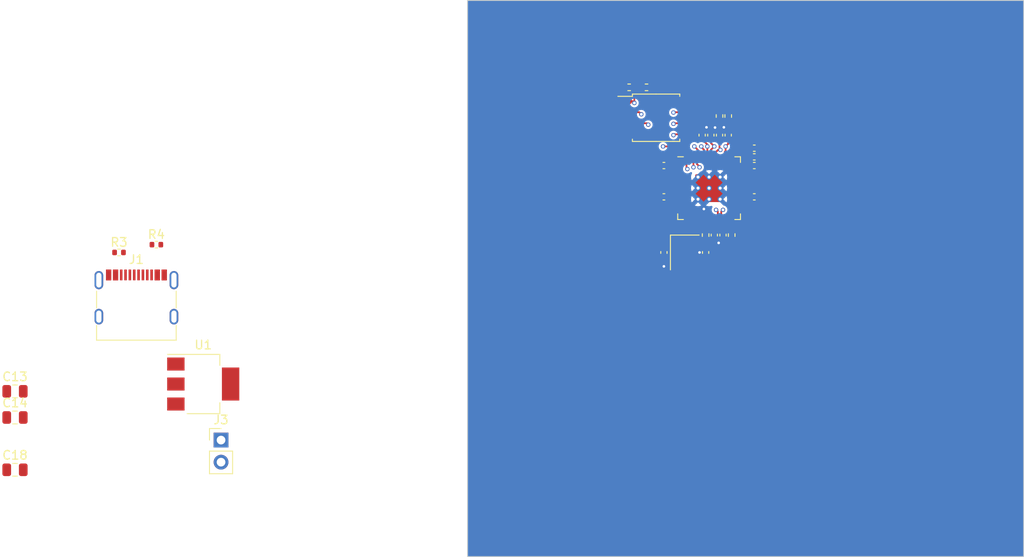
<source format=kicad_pcb>
(kicad_pcb (version 20221018) (generator pcbnew)
  (layers (0 "F.Cu" signal) (1 "In1.Cu" signal) (2 "In2.Cu" signal) (31 "B.Cu" signal) (34 "B.Paste" user) (35 "F.Paste" user) (36 "B.SilkS" user "B.Silkscreen") (37 "F.SilkS" user "F.Silkscreen") (38 "B.Mask" user) (39 "F.Mask" user) (44 "Edge.Cuts" user))
  (net 0 "")
  (net 1 "GND")
  (net 2 "+3V3")
  (net 3 "+1V1")
  (net 4 "+5V")
  (net 5 "/pi-a-xin")
  (net 6 "Net-(C16-Pad1)")
  (net 7 "VBUS")
  (net 8 "Net-(J1-CC1)")
  (net 9 "/USB_D+")
  (net 10 "/USB_D-")
  (net 12 "Net-(J1-CC2)")
  (net 14 "/~{USB_BOOT}")
  (net 15 "Net-(U2-USB_DP)")
  (net 16 "/pi-a-usb-dp")
  (net 17 "Net-(U2-USB_DM)")
  (net 18 "/pi-a-usb-dm")
  (net 21 "/pi-a-xout")
  (net 22 "Net-(U2-RUN)")
  (net 23 "/pi-a-qspi-ss")
  (net 24 "/pi-a-qspi-sd1")
  (net 25 "/pi-a-qspi-sd2")
  (net 26 "/pi-a-qspi-sd0")
  (net 27 "/pi-a-qspi-sclk")
  (net 28 "/pi-a-qspi-sd3")
  (net 45 "/pi-a-swclk")
  (net 46 "/pi-a-swdio")
  (footprint "Capacitor_SMD:C_0402_1005Metric" (layer "F.Cu") (at 173 78 180)
    (fp_text reference "C2" hide)
    (fp_text value "1u")
    (fp_line (start -0.107836 -0.36) (end 0.107836 -0.36) (stroke (width 0.12)) (layer "F.SilkS"))
    (fp_line (start -0.107836 0.36) (end 0.107836 0.36) (stroke (width 0.12)) (layer "F.SilkS"))
    (pad "1" smd roundrect (at -0.48 0 180) (size 0.56 0.62) (layers "F.Cu" "F.Paste" "F.Mask") (net 1 "GND"))
    (pad "2" smd roundrect (at 0.48 0 180) (size 0.56 0.62) (layers "F.Cu" "F.Paste" "F.Mask") (net 2 "+3V3"))
  )
  (footprint "Resistor_SMD:R_0402_1005Metric" (layer "F.Cu") (at 167.4 87 -90)
    (fp_text reference "R5" hide)
    (fp_text value "1k")
    (fp_line (start -0.153641 -0.38) (end 0.153641 -0.38) (stroke (width 0.12)) (layer "F.SilkS"))
    (fp_line (start -0.153641 0.38) (end 0.153641 0.38) (stroke (width 0.12)) (layer "F.SilkS"))
    (pad "1" smd roundrect (at -0.51 0 270) (size 0.54 0.64) (layers "F.Cu" "F.Paste" "F.Mask") (net 21 "/pi-a-xout"))
    (pad "2" smd roundrect (at 0.51 0 270) (size 0.54 0.64) (layers "F.Cu" "F.Paste" "F.Mask") (net 6 "Net-(C16-Pad1)"))
  )
  (footprint "Connector_PinHeader_2.54mm:PinHeader_1x02_P2.54mm_Vertical" (layer "F.Cu") (at 111.64 110.59)
    (fp_text reference "J3" (at 0 -2.33) (layer "F.SilkS"))
    (fp_text value "Conn_01x02")
    (fp_line (start -1.33 -1.33) (end 0 -1.33) (stroke (width 0.12)) (layer "F.SilkS"))
    (fp_line (start -1.33 0) (end -1.33 -1.33) (stroke (width 0.12)) (layer "F.SilkS"))
    (fp_line (start -1.33 1.27) (end -1.33 3.87) (stroke (width 0.12)) (layer "F.SilkS"))
    (fp_line (start -1.33 1.27) (end 1.33 1.27) (stroke (width 0.12)) (layer "F.SilkS"))
    (fp_line (start -1.33 3.87) (end 1.33 3.87) (stroke (width 0.12)) (layer "F.SilkS"))
    (fp_line (start 1.33 1.27) (end 1.33 3.87) (stroke (width 0.12)) (layer "F.SilkS"))
    (pad "1" thru_hole rect (at 0 0) (size 1.7 1.7) (drill 1) (layers "*.Cu" "*.Mask") (net 14 "/~{USB_BOOT}"))
    (pad "2" thru_hole oval (at 0 2.54) (size 1.7 1.7) (drill 1) (layers "*.Cu" "*.Mask") (net 1 "GND"))
  )
  (footprint "Capacitor_SMD:C_0402_1005Metric" (layer "F.Cu") (at 167.4 89 90)
    (fp_text reference "C16" hide)
    (fp_text value "27p")
    (fp_line (start -0.107836 -0.36) (end 0.107836 -0.36) (stroke (width 0.12)) (layer "F.SilkS"))
    (fp_line (start -0.107836 0.36) (end 0.107836 0.36) (stroke (width 0.12)) (layer "F.SilkS"))
    (pad "1" smd roundrect (at -0.48 0 90) (size 0.56 0.62) (layers "F.Cu" "F.Paste" "F.Mask") (net 6 "Net-(C16-Pad1)"))
    (pad "2" smd roundrect (at 0.48 0 90) (size 0.56 0.62) (layers "F.Cu" "F.Paste" "F.Mask") (net 1 "GND"))
  )
  (footprint "Package_SO:SOIC-8_5.23x5.23mm_P1.27mm" (layer "F.Cu") (at 161.7 73.5)
    (fp_text reference "U4" hide)
    (fp_text value "W25Q128JVS")
    (fp_line (start -2.725 -2.725) (end -2.725 -2.465) (stroke (width 0.12)) (layer "F.SilkS"))
    (fp_line (start -2.725 -2.465) (end -4.4 -2.465) (stroke (width 0.12)) (layer "F.SilkS"))
    (fp_line (start -2.725 2.725) (end -2.725 2.465) (stroke (width 0.12)) (layer "F.SilkS"))
    (fp_line (start 0 -2.725) (end -2.725 -2.725) (stroke (width 0.12)) (layer "F.SilkS"))
    (fp_line (start 0 -2.725) (end 2.725 -2.725) (stroke (width 0.12)) (layer "F.SilkS"))
    (fp_line (start 0 2.725) (end -2.725 2.725) (stroke (width 0.12)) (layer "F.SilkS"))
    (fp_line (start 0 2.725) (end 2.725 2.725) (stroke (width 0.12)) (layer "F.SilkS"))
    (fp_line (start 2.725 -2.725) (end 2.725 -2.465) (stroke (width 0.12)) (layer "F.SilkS"))
    (fp_line (start 2.725 2.725) (end 2.725 2.465) (stroke (width 0.12)) (layer "F.SilkS"))
    (pad "1" smd roundrect (at -3.6 -1.905) (size 1.6 0.6) (layers "F.Cu" "F.Paste" "F.Mask") (net 23 "/pi-a-qspi-ss"))
    (pad "2" smd roundrect (at -3.6 -0.635) (size 1.6 0.6) (layers "F.Cu" "F.Paste" "F.Mask") (net 24 "/pi-a-qspi-sd1"))
    (pad "3" smd roundrect (at -3.6 0.635) (size 1.6 0.6) (layers "F.Cu" "F.Paste" "F.Mask") (net 25 "/pi-a-qspi-sd2"))
    (pad "4" smd roundrect (at -3.6 1.905) (size 1.6 0.6) (layers "F.Cu" "F.Paste" "F.Mask") (net 1 "GND"))
    (pad "5" smd roundrect (at 3.6 1.905) (size 1.6 0.6) (layers "F.Cu" "F.Paste" "F.Mask") (net 26 "/pi-a-qspi-sd0"))
    (pad "6" smd roundrect (at 3.6 0.635) (size 1.6 0.6) (layers "F.Cu" "F.Paste" "F.Mask") (net 27 "/pi-a-qspi-sclk"))
    (pad "7" smd roundrect (at 3.6 -0.635) (size 1.6 0.6) (layers "F.Cu" "F.Paste" "F.Mask") (net 28 "/pi-a-qspi-sd3"))
    (pad "8" smd roundrect (at 3.6 -1.905) (size 1.6 0.6) (layers "F.Cu" "F.Paste" "F.Mask") (net 2 "+3V3"))
  )
  (footprint "Capacitor_SMD:C_0402_1005Metric" (layer "F.Cu") (at 167 75.5 -90)
    (fp_text reference "C11" hide)
    (fp_text value "1u")
    (fp_line (start -0.107836 -0.36) (end 0.107836 -0.36) (stroke (width 0.12)) (layer "F.SilkS"))
    (fp_line (start -0.107836 0.36) (end 0.107836 0.36) (stroke (width 0.12)) (layer "F.SilkS"))
    (pad "1" smd roundrect (at -0.48 0 270) (size 0.56 0.62) (layers "F.Cu" "F.Paste" "F.Mask") (net 1 "GND"))
    (pad "2" smd roundrect (at 0.48 0 270) (size 0.56 0.62) (layers "F.Cu" "F.Paste" "F.Mask") (net 3 "+1V1"))
  )
  (footprint "Capacitor_SMD:C_0402_1005Metric" (layer "F.Cu") (at 173 77 180)
    (fp_text reference "C1" hide)
    (fp_text value "1u")
    (fp_line (start -0.107836 -0.36) (end 0.107836 -0.36) (stroke (width 0.12)) (layer "F.SilkS"))
    (fp_line (start -0.107836 0.36) (end 0.107836 0.36) (stroke (width 0.12)) (layer "F.SilkS"))
    (pad "1" smd roundrect (at -0.48 0 180) (size 0.56 0.62) (layers "F.Cu" "F.Paste" "F.Mask") (net 1 "GND"))
    (pad "2" smd roundrect (at 0.48 0 180) (size 0.56 0.62) (layers "F.Cu" "F.Paste" "F.Mask") (net 2 "+3V3"))
  )
  (footprint "Resistor_SMD:R_0402_1005Metric" (layer "F.Cu") (at 170 73.3 -90)
    (fp_text reference "R2" hide)
    (fp_text value "27")
    (fp_line (start -0.153641 -0.38) (end 0.153641 -0.38) (stroke (width 0.12)) (layer "F.SilkS"))
    (fp_line (start -0.153641 0.38) (end 0.153641 0.38) (stroke (width 0.12)) (layer "F.SilkS"))
    (pad "1" smd roundrect (at -0.51 0 270) (size 0.54 0.64) (layers "F.Cu" "F.Paste" "F.Mask") (net 17 "Net-(U2-USB_DM)"))
    (pad "2" smd roundrect (at 0.51 0 270) (size 0.54 0.64) (layers "F.Cu" "F.Paste" "F.Mask") (net 18 "/pi-a-usb-dm"))
  )
  (footprint "Capacitor_SMD:C_0402_1005Metric" (layer "F.Cu") (at 169.4 87 90)
    (fp_text reference "C12" hide)
    (fp_text value "1u")
    (fp_line (start -0.107836 -0.36) (end 0.107836 -0.36) (stroke (width 0.12)) (layer "F.SilkS"))
    (fp_line (start -0.107836 0.36) (end 0.107836 0.36) (stroke (width 0.12)) (layer "F.SilkS"))
    (pad "1" smd roundrect (at -0.48 0 90) (size 0.56 0.62) (layers "F.Cu" "F.Paste" "F.Mask") (net 1 "GND"))
    (pad "2" smd roundrect (at 0.48 0 90) (size 0.56 0.62) (layers "F.Cu" "F.Paste" "F.Mask") (net 3 "+1V1"))
  )
  (footprint "Capacitor_SMD:C_0402_1005Metric" (layer "F.Cu") (at 170 75.5 -90)
    (fp_text reference "C10" hide)
    (fp_text value "1u")
    (fp_line (start -0.107836 -0.36) (end 0.107836 -0.36) (stroke (width 0.12)) (layer "F.SilkS"))
    (fp_line (start -0.107836 0.36) (end 0.107836 0.36) (stroke (width 0.12)) (layer "F.SilkS"))
    (pad "1" smd roundrect (at -0.48 0 270) (size 0.56 0.62) (layers "F.Cu" "F.Paste" "F.Mask") (net 1 "GND"))
    (pad "2" smd roundrect (at 0.48 0 270) (size 0.56 0.62) (layers "F.Cu" "F.Paste" "F.Mask") (net 3 "+1V1"))
  )
  (footprint "Capacitor_SMD:C_0805_2012Metric" (layer "F.Cu") (at 87.93 107.99)
    (fp_text reference "C14" (at 0 -1.68) (layer "F.SilkS"))
    (fp_text value "10u")
    (fp_line (start -0.261252 -0.735) (end 0.261252 -0.735) (stroke (width 0.12)) (layer "F.SilkS"))
    (fp_line (start -0.261252 0.735) (end 0.261252 0.735) (stroke (width 0.12)) (layer "F.SilkS"))
    (pad "1" smd roundrect (at -0.95 0) (size 1 1.45) (layers "F.Cu" "F.Paste" "F.Mask") (net 2 "+3V3"))
    (pad "2" smd roundrect (at 0.95 0) (size 1 1.45) (layers "F.Cu" "F.Paste" "F.Mask") (net 1 "GND"))
  )
  (footprint "Capacitor_SMD:C_0805_2012Metric" (layer "F.Cu") (at 87.93 104.98)
    (fp_text reference "C13" (at 0 -1.68) (layer "F.SilkS"))
    (fp_text value "10u")
    (fp_line (start -0.261252 -0.735) (end 0.261252 -0.735) (stroke (width 0.12)) (layer "F.SilkS"))
    (fp_line (start -0.261252 0.735) (end 0.261252 0.735) (stroke (width 0.12)) (layer "F.SilkS"))
    (pad "1" smd roundrect (at -0.95 0) (size 1 1.45) (layers "F.Cu" "F.Paste" "F.Mask") (net 4 "+5V"))
    (pad "2" smd roundrect (at 0.95 0) (size 1 1.45) (layers "F.Cu" "F.Paste" "F.Mask") (net 1 "GND"))
  )
  (footprint "Capacitor_SMD:C_0402_1005Metric" (layer "F.Cu") (at 173 82.6 180)
    (fp_text reference "C5" hide)
    (fp_text value "1u")
    (fp_line (start -0.107836 -0.36) (end 0.107836 -0.36) (stroke (width 0.12)) (layer "F.SilkS"))
    (fp_line (start -0.107836 0.36) (end 0.107836 0.36) (stroke (width 0.12)) (layer "F.SilkS"))
    (pad "1" smd roundrect (at -0.48 0 180) (size 0.56 0.62) (layers "F.Cu" "F.Paste" "F.Mask") (net 1 "GND"))
    (pad "2" smd roundrect (at 0.48 0 180) (size 0.56 0.62) (layers "F.Cu" "F.Paste" "F.Mask") (net 2 "+3V3"))
  )
  (footprint "Capacitor_SMD:C_0402_1005Metric" (layer "F.Cu") (at 169 75.5 -90)
    (fp_text reference "C3" hide)
    (fp_text value "1u")
    (fp_line (start -0.107836 -0.36) (end 0.107836 -0.36) (stroke (width 0.12)) (layer "F.SilkS"))
    (fp_line (start -0.107836 0.36) (end 0.107836 0.36) (stroke (width 0.12)) (layer "F.SilkS"))
    (pad "1" smd roundrect (at -0.48 0 270) (size 0.56 0.62) (layers "F.Cu" "F.Paste" "F.Mask") (net 1 "GND"))
    (pad "2" smd roundrect (at 0.48 0 270) (size 0.56 0.62) (layers "F.Cu" "F.Paste" "F.Mask") (net 2 "+3V3"))
  )
  (footprint "Resistor_SMD:R_0402_1005Metric" (layer "F.Cu") (at 99.9 89)
    (fp_text reference "R3" (at 0 -1.17) (layer "F.SilkS"))
    (fp_text value "5.1k")
    (fp_line (start -0.153641 -0.38) (end 0.153641 -0.38) (stroke (width 0.12)) (layer "F.SilkS"))
    (fp_line (start -0.153641 0.38) (end 0.153641 0.38) (stroke (width 0.12)) (layer "F.SilkS"))
    (pad "1" smd roundrect (at -0.51 0) (size 0.54 0.64) (layers "F.Cu" "F.Paste" "F.Mask"))
    (pad "2" smd roundrect (at 0.51 0) (size 0.54 0.64) (layers "F.Cu" "F.Paste" "F.Mask") (net 8 "Net-(J1-CC1)"))
  )
  (footprint "Capacitor_SMD:C_0402_1005Metric" (layer "F.Cu") (at 162.6 79)
    (fp_text reference "C8" hide)
    (fp_text value "1u")
    (fp_line (start -0.107836 -0.36) (end 0.107836 -0.36) (stroke (width 0.12)) (layer "F.SilkS"))
    (fp_line (start -0.107836 0.36) (end 0.107836 0.36) (stroke (width 0.12)) (layer "F.SilkS"))
    (pad "1" smd roundrect (at -0.48 0) (size 0.56 0.62) (layers "F.Cu" "F.Paste" "F.Mask") (net 1 "GND"))
    (pad "2" smd roundrect (at 0.48 0) (size 0.56 0.62) (layers "F.Cu" "F.Paste" "F.Mask") (net 2 "+3V3"))
  )
  (footprint "Resistor_SMD:R_0402_1005Metric" (layer "F.Cu") (at 104.2 88.1)
    (fp_text reference "R4" (at 0 -1.17) (layer "F.SilkS"))
    (fp_text value "5.1k")
    (fp_line (start -0.153641 -0.38) (end 0.153641 -0.38) (stroke (width 0.12)) (layer "F.SilkS"))
    (fp_line (start -0.153641 0.38) (end 0.153641 0.38) (stroke (width 0.12)) (layer "F.SilkS"))
    (pad "1" smd roundrect (at -0.51 0) (size 0.54 0.64) (layers "F.Cu" "F.Paste" "F.Mask"))
    (pad "2" smd roundrect (at 0.51 0) (size 0.54 0.64) (layers "F.Cu" "F.Paste" "F.Mask") (net 12 "Net-(J1-CC2)"))
  )
  (footprint "Capacitor_SMD:C_0402_1005Metric" (layer "F.Cu") (at 162.6 89 -90)
    (fp_text reference "C15" hide)
    (fp_text value "27p")
    (fp_line (start -0.107836 -0.36) (end 0.107836 -0.36) (stroke (width 0.12)) (layer "F.SilkS"))
    (fp_line (start -0.107836 0.36) (end 0.107836 0.36) (stroke (width 0.12)) (layer "F.SilkS"))
    (pad "1" smd roundrect (at -0.48 0 270) (size 0.56 0.62) (layers "F.Cu" "F.Paste" "F.Mask") (net 5 "/pi-a-xin"))
    (pad "2" smd roundrect (at 0.48 0 270) (size 0.56 0.62) (layers "F.Cu" "F.Paste" "F.Mask") (net 1 "GND"))
  )
  (footprint "Capacitor_SMD:C_0402_1005Metric" (layer "F.Cu") (at 173 79 180)
    (fp_text reference "C6" hide)
    (fp_text value "1u")
    (fp_line (start -0.107836 -0.36) (end 0.107836 -0.36) (stroke (width 0.12)) (layer "F.SilkS"))
    (fp_line (start -0.107836 0.36) (end 0.107836 0.36) (stroke (width 0.12)) (layer "F.SilkS"))
    (pad "1" smd roundrect (at -0.48 0 180) (size 0.56 0.62) (layers "F.Cu" "F.Paste" "F.Mask") (net 1 "GND"))
    (pad "2" smd roundrect (at 0.48 0 180) (size 0.56 0.62) (layers "F.Cu" "F.Paste" "F.Mask") (net 2 "+3V3"))
  )
  (footprint "Resistor_SMD:R_0402_1005Metric" (layer "F.Cu") (at 170.4 87 -90)
    (fp_text reference "R6" hide)
    (fp_text value "10k")
    (fp_line (start -0.153641 -0.38) (end 0.153641 -0.38) (stroke (width 0.12)) (layer "F.SilkS"))
    (fp_line (start -0.153641 0.38) (end 0.153641 0.38) (stroke (width 0.12)) (layer "F.SilkS"))
    (pad "1" smd roundrect (at -0.51 0 270) (size 0.54 0.64) (layers "F.Cu" "F.Paste" "F.Mask") (net 22 "Net-(U2-RUN)"))
    (pad "2" smd roundrect (at 0.51 0 270) (size 0.54 0.64) (layers "F.Cu" "F.Paste" "F.Mask") (net 2 "+3V3"))
  )
  (footprint "Resistor_SMD:R_0402_1005Metric" (layer "F.Cu") (at 169 73.3 -90)
    (fp_text reference "R1" hide)
    (fp_text value "27")
    (fp_line (start -0.153641 -0.38) (end 0.153641 -0.38) (stroke (width 0.12)) (layer "F.SilkS"))
    (fp_line (start -0.153641 0.38) (end 0.153641 0.38) (stroke (width 0.12)) (layer "F.SilkS"))
    (pad "1" smd roundrect (at -0.51 0 270) (size 0.54 0.64) (layers "F.Cu" "F.Paste" "F.Mask") (net 15 "Net-(U2-USB_DP)"))
    (pad "2" smd roundrect (at 0.51 0 270) (size 0.54 0.64) (layers "F.Cu" "F.Paste" "F.Mask") (net 16 "/pi-a-usb-dp"))
  )
  (footprint "Capacitor_SMD:C_0402_1005Metric" (layer "F.Cu") (at 168.4 87 90)
    (fp_text reference "C7" hide)
    (fp_text value "1u")
    (fp_line (start -0.107836 -0.36) (end 0.107836 -0.36) (stroke (width 0.12)) (layer "F.SilkS"))
    (fp_line (start -0.107836 0.36) (end 0.107836 0.36) (stroke (width 0.12)) (layer "F.SilkS"))
    (pad "1" smd roundrect (at -0.48 0 90) (size 0.56 0.62) (layers "F.Cu" "F.Paste" "F.Mask") (net 1 "GND"))
    (pad "2" smd roundrect (at 0.48 0 90) (size 0.56 0.62) (layers "F.Cu" "F.Paste" "F.Mask") (net 2 "+3V3"))
  )
  (footprint "Capacitor_SMD:C_0805_2012Metric" (layer "F.Cu") (at 87.93 114.01)
    (fp_text reference "C18" (at 0 -1.68) (layer "F.SilkS"))
    (fp_text value "1u")
    (fp_line (start -0.261252 -0.735) (end 0.261252 -0.735) (stroke (width 0.12)) (layer "F.SilkS"))
    (fp_line (start -0.261252 0.735) (end 0.261252 0.735) (stroke (width 0.12)) (layer "F.SilkS"))
    (pad "1" smd roundrect (at -0.95 0) (size 1 1.45) (layers "F.Cu" "F.Paste" "F.Mask") (net 2 "+3V3"))
    (pad "2" smd roundrect (at 0.95 0) (size 1 1.45) (layers "F.Cu" "F.Paste" "F.Mask") (net 1 "GND"))
  )
  (footprint "Package_TO_SOT_SMD:SOT-223-3_TabPin2" (layer "F.Cu") (at 109.59 104.14)
    (fp_text reference "U1" (at 0 -4.5) (layer "F.SilkS"))
    (fp_text value "NCP1117-3.3_SOT223")
    (fp_line (start -4.1 -3.41) (end 1.91 -3.41) (stroke (width 0.12)) (layer "F.SilkS"))
    (fp_line (start -1.85 3.41) (end 1.91 3.41) (stroke (width 0.12)) (layer "F.SilkS"))
    (fp_line (start 1.91 -3.41) (end 1.91 -2.15) (stroke (width 0.12)) (layer "F.SilkS"))
    (fp_line (start 1.91 3.41) (end 1.91 2.15) (stroke (width 0.12)) (layer "F.SilkS"))
    (pad "1" smd rect (at -3.15 -2.3) (size 2 1.5) (layers "F.Cu" "F.Paste" "F.Mask") (net 1 "GND"))
    (pad "2" smd rect (at -3.15 0) (size 2 1.5) (layers "F.Cu" "F.Paste" "F.Mask") (net 2 "+3V3"))
    (pad "2" smd rect (at 3.15 0) (size 2 3.8) (layers "F.Cu" "F.Paste" "F.Mask") (net 2 "+3V3"))
    (pad "3" smd rect (at -3.15 2.3) (size 2 1.5) (layers "F.Cu" "F.Paste" "F.Mask") (net 4 "+5V"))
  )
  (footprint "Resistor_SMD:R_0402_1005Metric" (layer "F.Cu") (at 160.6 70)
    (fp_text reference "R9" hide)
    (fp_text value "1k")
    (fp_line (start -0.153641 -0.38) (end 0.153641 -0.38) (stroke (width 0.12)) (layer "F.SilkS"))
    (fp_line (start -0.153641 0.38) (end 0.153641 0.38) (stroke (width 0.12)) (layer "F.SilkS"))
    (pad "1" smd roundrect (at -0.51 0) (size 0.54 0.64) (layers "F.Cu" "F.Paste" "F.Mask") (net 23 "/pi-a-qspi-ss"))
    (pad "2" smd roundrect (at 0.51 0) (size 0.54 0.64) (layers "F.Cu" "F.Paste" "F.Mask") (net 14 "/~{USB_BOOT}"))
  )
  (footprint "Capacitor_SMD:C_0402_1005Metric" (layer "F.Cu") (at 168 75.5 -90)
    (fp_text reference "C4" hide)
    (fp_text value "1u")
    (fp_line (start -0.107836 -0.36) (end 0.107836 -0.36) (stroke (width 0.12)) (layer "F.SilkS"))
    (fp_line (start -0.107836 0.36) (end 0.107836 0.36) (stroke (width 0.12)) (layer "F.SilkS"))
    (pad "1" smd roundrect (at -0.48 0 270) (size 0.56 0.62) (layers "F.Cu" "F.Paste" "F.Mask") (net 1 "GND"))
    (pad "2" smd roundrect (at 0.48 0 270) (size 0.56 0.62) (layers "F.Cu" "F.Paste" "F.Mask") (net 2 "+3V3"))
  )
  (footprint "ov-twin:RP2040-QFN-56" (layer "F.Cu") (at 167.8 81.6)
    (fp_text reference "U2" hide)
    (fp_text value "RP2040")
    (fp_line (start -3.61 3.61) (end -3.61 2.96) (stroke (width 0.12)) (layer "F.SilkS"))
    (fp_line (start -2.96 -3.61) (end -3.61 -3.61) (stroke (width 0.12)) (layer "F.SilkS"))
    (fp_line (start -2.96 3.61) (end -3.61 3.61) (stroke (width 0.12)) (layer "F.SilkS"))
    (fp_line (start 2.96 -3.61) (end 3.61 -3.61) (stroke (width 0.12)) (layer "F.SilkS"))
    (fp_line (start 2.96 3.61) (end 3.61 3.61) (stroke (width 0.12)) (layer "F.SilkS"))
    (fp_line (start 3.61 -3.61) (end 3.61 -2.96) (stroke (width 0.12)) (layer "F.SilkS"))
    (fp_line (start 3.61 3.61) (end 3.61 2.96) (stroke (width 0.12)) (layer "F.SilkS"))
    (pad "1" smd roundrect (at -3.4375 -2.6) (size 0.875 0.2) (layers "F.Cu" "F.Paste" "F.Mask") (net 2 "+3V3"))
    (pad "2" smd roundrect (at -3.4375 -2.2) (size 0.875 0.2) (layers "F.Cu" "F.Paste" "F.Mask"))
    (pad "3" smd roundrect (at -3.4375 -1.8) (size 0.875 0.2) (layers "F.Cu" "F.Paste" "F.Mask"))
    (pad "4" smd roundrect (at -3.4375 -1.4) (size 0.875 0.2) (layers "F.Cu" "F.Paste" "F.Mask"))
    (pad "5" smd roundrect (at -3.4375 -1) (size 0.875 0.2) (layers "F.Cu" "F.Paste" "F.Mask"))
    (pad "6" smd roundrect (at -3.4375 -0.6) (size 0.875 0.2) (layers "F.Cu" "F.Paste" "F.Mask"))
    (pad "7" smd roundrect (at -3.4375 -0.2) (size 0.875 0.2) (layers "F.Cu" "F.Paste" "F.Mask"))
    (pad "8" smd roundrect (at -3.4375 0.2) (size 0.875 0.2) (layers "F.Cu" "F.Paste" "F.Mask"))
    (pad "9" smd roundrect (at -3.4375 0.6) (size 0.875 0.2) (layers "F.Cu" "F.Paste" "F.Mask"))
    (pad "10" smd roundrect (at -3.4375 1) (size 0.875 0.2) (layers "F.Cu" "F.Paste" "F.Mask") (net 2 "+3V3"))
    (pad "11" smd roundrect (at -3.4375 1.4) (size 0.875 0.2) (layers "F.Cu" "F.Paste" "F.Mask"))
    (pad "12" smd roundrect (at -3.4375 1.8) (size 0.875 0.2) (layers "F.Cu" "F.Paste" "F.Mask"))
    (pad "13" smd roundrect (at -3.4375 2.2) (size 0.875 0.2) (layers "F.Cu" "F.Paste" "F.Mask"))
    (pad "14" smd roundrect (at -3.4375 2.6) (size 0.875 0.2) (layers "F.Cu" "F.Paste" "F.Mask"))
    (pad "15" smd roundrect (at -2.6 3.4375) (size 0.2 0.875) (layers "F.Cu" "F.Paste" "F.Mask"))
    (pad "16" smd roundrect (at -2.2 3.4375) (size 0.2 0.875) (layers "F.Cu" "F.Paste" "F.Mask"))
    (pad "17" smd roundrect (at -1.8 3.4375) (size 0.2 0.875) (layers "F.Cu" "F.Paste" "F.Mask"))
    (pad "18" smd roundrect (at -1.4 3.4375) (size 0.2 0.875) (layers "F.Cu" "F.Paste" "F.Mask"))
    (pad "19" smd roundrect (at -1 3.4375) (size 0.2 0.875) (layers "F.Cu" "F.Paste" "F.Mask") (net 1 "GND"))
    (pad "20" smd roundrect (at -0.6 3.4375) (size 0.2 0.875) (layers "F.Cu" "F.Paste" "F.Mask") (net 5 "/pi-a-xin"))
    (pad "21" smd roundrect (at -0.2 3.4375) (size 0.2 0.875) (layers "F.Cu" "F.Paste" "F.Mask") (net 21 "/pi-a-xout"))
    (pad "22" smd roundrect (at 0.2 3.4375) (size 0.2 0.875) (layers "F.Cu" "F.Paste" "F.Mask") (net 2 "+3V3"))
    (pad "23" smd roundrect (at 0.6 3.4375) (size 0.2 0.875) (layers "F.Cu" "F.Paste" "F.Mask") (net 3 "+1V1"))
    (pad "24" smd roundrect (at 1 3.4375) (size 0.2 0.875) (layers "F.Cu" "F.Paste" "F.Mask") (net 45 "/pi-a-swclk"))
    (pad "25" smd roundrect (at 1.4 3.4375) (size 0.2 0.875) (layers "F.Cu" "F.Paste" "F.Mask") (net 46 "/pi-a-swdio"))
    (pad "26" smd roundrect (at 1.8 3.4375) (size 0.2 0.875) (layers "F.Cu" "F.Paste" "F.Mask") (net 22 "Net-(U2-RUN)"))
    (pad "27" smd roundrect (at 2.2 3.4375) (size 0.2 0.875) (layers "F.Cu" "F.Paste" "F.Mask"))
    (pad "28" smd roundrect (at 2.6 3.4375) (size 0.2 0.875) (layers "F.Cu" "F.Paste" "F.Mask"))
    (pad "29" smd roundrect (at 3.4375 2.6) (size 0.875 0.2) (layers "F.Cu" "F.Paste" "F.Mask"))
    (pad "30" smd roundrect (at 3.4375 2.2) (size 0.875 0.2) (layers "F.Cu" "F.Paste" "F.Mask"))
    (pad "31" smd roundrect (at 3.4375 1.8) (size 0.875 0.2) (layers "F.Cu" "F.Paste" "F.Mask"))
    (pad "32" smd roundrect (at 3.4375 1.4) (size 0.875 0.2) (layers "F.Cu" "F.Paste" "F.Mask"))
    (pad "33" smd roundrect (at 3.4375 1) (size 0.875 0.2) (layers "F.Cu" "F.Paste" "F.Mask") (net 2 "+3V3"))
    (pad "34" smd roundrect (at 3.4375 0.6) (size 0.875 0.2) (layers "F.Cu" "F.Paste" "F.Mask"))
    (pad "35" smd roundrect (at 3.4375 0.2) (size 0.875 0.2) (layers "F.Cu" "F.Paste" "F.Mask"))
    (pad "36" smd roundrect (at 3.4375 -0.2) (size 0.875 0.2) (layers "F.Cu" "F.Paste" "F.Mask"))
    (pad "37" smd roundrect (at 3.4375 -0.6) (size 0.875 0.2) (layers "F.Cu" "F.Paste" "F.Mask"))
    (pad "38" smd roundrect (at 3.4375 -1) (size 0.875 0.2) (layers "F.Cu" "F.Paste" "F.Mask"))
    (pad "39" smd roundrect (at 3.4375 -1.4) (size 0.875 0.2) (layers "F.Cu" "F.Paste" "F.Mask"))
    (pad "40" smd roundrect (at 3.4375 -1.8) (size 0.875 0.2) (layers "F.Cu" "F.Paste" "F.Mask"))
    (pad "41" smd roundrect (at 3.4375 -2.2) (size 0.875 0.2) (layers "F.Cu" "F.Paste" "F.Mask"))
    (pad "42" smd roundrect (at 3.4375 -2.6) (size 0.875 0.2) (layers "F.Cu" "F.Paste" "F.Mask") (net 2 "+3V3"))
    (pad "43" smd roundrect (at 2.6 -3.4375) (size 0.2 0.875) (layers "F.Cu" "F.Paste" "F.Mask") (net 2 "+3V3"))
    (pad "44" smd roundrect (at 2.2 -3.4375) (size 0.2 0.875) (layers "F.Cu" "F.Paste" "F.Mask") (net 2 "+3V3"))
    (pad "45" smd roundrect (at 1.8 -3.4375) (size 0.2 0.875) (layers "F.Cu" "F.Paste" "F.Mask") (net 3 "+1V1"))
    (pad "46" smd roundrect (at 1.4 -3.4375) (size 0.2 0.875) (layers "F.Cu" "F.Paste" "F.Mask") (net 17 "Net-(U2-USB_DM)"))
    (pad "47" smd roundrect (at 1 -3.4375) (size 0.2 0.875) (layers "F.Cu" "F.Paste" "F.Mask") (net 15 "Net-(U2-USB_DP)"))
    (pad "48" smd roundrect (at 0.6 -3.4375) (size 0.2 0.875) (layers "F.Cu" "F.Paste" "F.Mask") (net 2 "+3V3"))
    (pad "49" smd roundrect (at 0.2 -3.4375) (size 0.2 0.875) (layers "F.Cu" "F.Paste" "F.Mask") (net 2 "+3V3"))
    (pad "50" smd roundrect (at -0.2 -3.4375) (size 0.2 0.875) (layers "F.Cu" "F.Paste" "F.Mask") (net 3 "+1V1"))
    (pad "51" smd roundrect (at -0.6 -3.4375) (size 0.2 0.875) (layers "F.Cu" "F.Paste" "F.Mask") (net 28 "/pi-a-qspi-sd3"))
    (pad "52" smd roundrect (at -1 -3.4375) (size 0.2 0.875) (layers "F.Cu" "F.Paste" "F.Mask") (net 27 "/pi-a-qspi-sclk"))
    (pad "53" smd roundrect (at -1.4 -3.4375) (size 0.2 0.875) (layers "F.Cu" "F.Paste" "F.Mask") (net 26 "/pi-a-qspi-sd0"))
    (pad "54" smd roundrect (at -1.8 -3.4375) (size 0.2 0.875) (layers "F.Cu" "F.Paste" "F.Mask") (net 25 "/pi-a-qspi-sd2"))
    (pad "55" smd roundrect (at -2.2 -3.4375) (size 0.2 0.875) (layers "F.Cu" "F.Paste" "F.Mask") (net 24 "/pi-a-qspi-sd1"))
    (pad "56" smd roundrect (at -2.6 -3.4375) (size 0.2 0.875) (layers "F.Cu" "F.Paste" "F.Mask") (net 23 "/pi-a-qspi-ss"))
    (pad "57" thru_hole circle (at -1.275 -1.275) (size 0.6 0.6) (drill 0.35) (layers "*.Cu") (net 1 "GND"))
    (pad "57" thru_hole circle (at -1.275 0) (size 0.6 0.6) (drill 0.35) (layers "*.Cu") (net 1 "GND"))
    (pad "57" thru_hole circle (at -1.275 1.275) (size 0.6 0.6) (drill 0.35) (layers "*.Cu") (net 1 "GND"))
    (pad "57" thru_hole circle (at 0 -1.275) (size 0.6 0.6) (drill 0.35) (layers "*.Cu") (net 1 "GND"))
    (pad "57" thru_hole circle (at 0 0) (size 0.6 0.6) (drill 0.35) (layers "*.Cu") (net 1 "GND"))
    (pad "57" smd roundrect (at 0 0) (size 3.2 3.2) (layers "F.Cu" "F.Mask") (roundrect_rratio 0.045) (net 1 "GND"))
    (pad "57" thru_hole circle (at 0 1.275) (size 0.6 0.6) (drill 0.35) (layers "*.Cu") (net 1 "GND"))
    (pad "57" thru_hole circle (at 1.275 -1.275) (size 0.6 0.6) (drill 0.35) (layers "*.Cu") (net 1 "GND"))
    (pad "57" thru_hole circle (at 1.275 0) (size 0.6 0.6) (drill 0.35) (layers "*.Cu") (net 1 "GND"))
    (pad "57" thru_hole circle (at 1.275 1.275) (size 0.6 0.6) (drill 0.35) (layers "*.Cu") (net 1 "GND"))
  )
  (footprint "Resistor_SMD:R_0402_1005Metric" (layer "F.Cu") (at 158.6 70)
    (fp_text reference "R10" hide)
    (fp_text value "DNF")
    (fp_line (start -0.153641 -0.38) (end 0.153641 -0.38) (stroke (width 0.12)) (layer "F.SilkS"))
    (fp_line (start -0.153641 0.38) (end 0.153641 0.38) (stroke (width 0.12)) (layer "F.SilkS"))
    (pad "1" smd roundrect (at -0.51 0) (size 0.54 0.64) (layers "F.Cu" "F.Paste" "F.Mask") (net 2 "+3V3"))
    (pad "2" smd roundrect (at 0.51 0) (size 0.54 0.64) (layers "F.Cu" "F.Paste" "F.Mask") (net 23 "/pi-a-qspi-ss"))
  )
  (footprint "Crystal:Crystal_SMD_3225-4Pin_3.2x2.5mm" (layer "F.Cu") (at 165 89 -90)
    (fp_text reference "Y1" hide)
    (fp_text value "Crystal_GND24")
    (fp_line (start -2 -1.65) (end -2 1.65) (stroke (width 0.12)) (layer "F.SilkS"))
    (fp_line (start -2 1.65) (end 2 1.65) (stroke (width 0.12)) (layer "F.SilkS"))
    (pad "1" smd rect (at -1.1 0.85 270) (size 1.4 1.2) (layers "F.Cu" "F.Paste" "F.Mask") (net 5 "/pi-a-xin"))
    (pad "2" smd rect (at 1.1 0.85 270) (size 1.4 1.2) (layers "F.Cu" "F.Paste" "F.Mask") (net 1 "GND"))
    (pad "3" smd rect (at 1.1 -0.85 270) (size 1.4 1.2) (layers "F.Cu" "F.Paste" "F.Mask") (net 6 "Net-(C16-Pad1)"))
    (pad "4" smd rect (at -1.1 -0.85 270) (size 1.4 1.2) (layers "F.Cu" "F.Paste" "F.Mask") (net 1 "GND"))
  )
  (footprint "Connector_USB:USB_C_Receptacle_G-Switch_GT-USB-7010ASV" (layer "F.Cu") (at 101.9 95.31)
    (fp_text reference "J1" (at 0 -5.5) (layer "F.SilkS"))
    (fp_text value "USB_C_Receptacle_USB2.0")
    (fp_line (start -4.58 -1.85) (end -4.58 0.07) (stroke (width 0.12)) (layer "F.SilkS"))
    (fp_line (start -4.58 3.785) (end -4.58 2.08) (stroke (width 0.12)) (layer "F.SilkS"))
    (fp_line (start 4.58 0.07) (end 4.58 -1.85) (stroke (width 0.12)) (layer "F.SilkS"))
    (fp_line (start 4.58 2.08) (end 4.58 3.785) (stroke (width 0.12)) (layer "F.SilkS"))
    (fp_line (start 4.58 3.785) (end -4.58 3.785) (stroke (width 0.12)) (layer "F.SilkS"))
    (pad "" np_thru_hole circle (at -2.89 -2.605) (size 0.65 0.65) (drill 0.65) (layers "*.Cu" "*.Mask"))
    (pad "" np_thru_hole circle (at 2.89 -2.605) (size 0.65 0.65) (drill 0.65) (layers "*.Cu" "*.Mask"))
    (pad "A1" smd rect (at -3.2 -3.725) (size 0.6 1.24) (layers "F.Cu" "F.Paste" "F.Mask") (net 1 "GND"))
    (pad "A4" smd rect (at -2.4 -3.725) (size 0.6 1.24) (layers "F.Cu" "F.Paste" "F.Mask") (net 7 "VBUS"))
    (pad "A5" smd rect (at -1.25 -3.725) (size 0.3 1.24) (layers "F.Cu" "F.Paste" "F.Mask") (net 8 "Net-(J1-CC1)"))
    (pad "A6" smd rect (at -0.25 -3.725) (size 0.3 1.24) (layers "F.Cu" "F.Paste" "F.Mask") (net 9 "/USB_D+"))
    (pad "A7" smd rect (at 0.25 -3.725) (size 0.3 1.24) (layers "F.Cu" "F.Paste" "F.Mask") (net 10 "/USB_D-"))
    (pad "A8" smd rect (at 1.25 -3.725) (size 0.3 1.24) (layers "F.Cu" "F.Paste" "F.Mask"))
    (pad "A9" smd rect (at 2.4 -3.725) (size 0.6 1.24) (layers "F.Cu" "F.Paste" "F.Mask") (net 7 "VBUS"))
    (pad "A12" smd rect (at 3.2 -3.725) (size 0.6 1.24) (layers "F.Cu" "F.Paste" "F.Mask") (net 1 "GND"))
    (pad "B1" smd rect (at 3.2 -3.725) (size 0.6 1.24) (layers "F.Cu" "F.Paste" "F.Mask") (net 1 "GND"))
    (pad "B4" smd rect (at 2.4 -3.725) (size 0.6 1.24) (layers "F.Cu" "F.Paste" "F.Mask") (net 7 "VBUS"))
    (pad "B5" smd rect (at 1.75 -3.725) (size 0.3 1.24) (layers "F.Cu" "F.Paste" "F.Mask") (net 12 "Net-(J1-CC2)"))
    (pad "B6" smd rect (at 0.75 -3.725) (size 0.3 1.24) (layers "F.Cu" "F.Paste" "F.Mask") (net 9 "/USB_D+"))
    (pad "B7" smd rect (at -0.75 -3.725) (size 0.3 1.24) (layers "F.Cu" "F.Paste" "F.Mask") (net 10 "/USB_D-"))
    (pad "B8" smd rect (at -1.75 -3.725) (size 0.3 1.24) (layers "F.Cu" "F.Paste" "F.Mask"))
    (pad "B9" smd rect (at -2.4 -3.725) (size 0.6 1.24) (layers "F.Cu" "F.Paste" "F.Mask") (net 7 "VBUS"))
    (pad "B12" smd rect (at -3.2 -3.725) (size 0.6 1.24) (layers "F.Cu" "F.Paste" "F.Mask") (net 1 "GND"))
    (pad "S1" thru_hole oval (at -4.32 -3.125) (size 1 2.1) (drill oval 0.6 1.7) (layers "*.Cu" "*.Mask") (net 1 "GND"))
    (pad "S1" thru_hole oval (at -4.32 1.075) (size 1 1.8) (drill oval 0.6 1.4) (layers "*.Cu" "*.Mask") (net 1 "GND"))
    (pad "S1" thru_hole oval (at 4.32 -3.125) (size 1 2.1) (drill oval 0.6 1.7) (layers "*.Cu" "*.Mask") (net 1 "GND"))
    (pad "S1" thru_hole oval (at 4.32 1.075) (size 1 1.8) (drill oval 0.6 1.4) (layers "*.Cu" "*.Mask") (net 1 "GND"))
  )
  (footprint "Capacitor_SMD:C_0402_1005Metric" (layer "F.Cu") (at 162.6 82.6)
    (fp_text reference "C9" hide)
    (fp_text value "1u")
    (fp_line (start -0.107836 -0.36) (end 0.107836 -0.36) (stroke (width 0.12)) (layer "F.SilkS"))
    (fp_line (start -0.107836 0.36) (end 0.107836 0.36) (stroke (width 0.12)) (layer "F.SilkS"))
    (pad "1" smd roundrect (at -0.48 0) (size 0.56 0.62) (layers "F.Cu" "F.Paste" "F.Mask") (net 1 "GND"))
    (pad "2" smd roundrect (at 0.48 0) (size 0.56 0.62) (layers "F.Cu" "F.Paste" "F.Mask") (net 2 "+3V3"))
  )
  (gr_line (start 140 124) (end 140 60) (stroke (width 0.1)) (layer "Edge.Cuts"))
  (gr_line (start 204 60) (end 204 124) (stroke (width 0.1)) (layer "Edge.Cuts"))
  (gr_line (start 204 124) (end 140 124) (stroke (width 0.1)) (layer "Edge.Cuts"))
  (gr_line (start 140 60) (end 204 60) (stroke (width 0.1)) (layer "Edge.Cuts"))
  (segment (start 164.15 90.1) (end 164.15 89.8) (width 0.2) (layer "F.Cu") (net 1))
  (segment (start 167 75.02) (end 167.08 75.02) (width 0.2) (layer "F.Cu") (net 1))
  (segment (start 170 75.02) (end 169.92 75.02) (width 0.2) (layer "F.Cu") (net 1))
  (segment (start 162.6 89.48) (end 162.6 90.6) (width 0.2) (layer "F.Cu") (net 1))
  (segment (start 166.8 85.0375) (end 166.8 84.4) (width 0.2) (layer "F.Cu") (net 1))
  (segment (start 168.876724 75.02) (end 168.482296 74.625572) (width 0.2) (layer "F.Cu") (net 1))
  (segment (start 168.4 87.48) (end 168.48 87.48) (width 0.2) (layer "F.Cu") (net 1))
  (segment (start 168 75.02) (end 168.087868 75.02) (width 0.2) (layer "F.Cu") (net 1))
  (segment (start 169.92 75.02) (end 169.5 74.6) (width 0.2) (layer "F.Cu") (net 1))
  (segment (start 165.85 88.15) (end 166.7 89) (width 0.2) (layer "F.Cu") (net 1))
  (segment (start 169 75.02) (end 169.08 75.02) (width 0.2) (layer "F.Cu") (net 1))
  (segment (start 164.15 90.1) (end 163.1 90.1) (width 0.2) (layer "F.Cu") (net 1))
  (segment (start 167.4 88.52) (end 167.18 88.52) (width 0.2) (layer "F.Cu") (net 1))
  (segment (start 165.85 88.1) (end 165.85 87.9) (width 0.2) (layer "F.Cu") (net 1))
  (segment (start 168 75.02) (end 167.92 75.02) (width 0.2) (layer "F.Cu") (net 1))
  (segment (start 169.08 75.02) (end 169.5 74.6) (width 0.2) (layer "F.Cu") (net 1))
  (segment (start 167.92 75.02) (end 167.5 74.6) (width 0.2) (layer "F.Cu") (net 1))
  (segment (start 167.18 88.52) (end 166.7 89) (width 0.2) (layer "F.Cu") (net 1))
  (segment (start 163.1 90.1) (end 162.6 90.6) (width 0.2) (layer "F.Cu") (net 1))
  (segment (start 167.08 75.02) (end 167.5 74.6) (width 0.2) (layer "F.Cu") (net 1))
  (segment (start 169.4 87.48) (end 169.32 87.48) (width 0.2) (layer "F.Cu") (net 1))
  (segment (start 165.85 87.9) (end 165.85 88.15) (width 0.2) (layer "F.Cu") (net 1))
  (segment (start 168.087868 75.02) (end 168.482296 74.625572) (width 0.2) (layer "F.Cu") (net 1))
  (segment (start 168.48 87.48) (end 168.9 87.9) (width 0.2) (layer "F.Cu") (net 1))
  (segment (start 169 75.02) (end 168.876724 75.02) (width 0.2) (layer "F.Cu") (net 1))
  (segment (start 166.8 84.4) (end 167.2 84) (width 0.2) (layer "F.Cu") (net 1))
  (segment (start 169.32 87.48) (end 168.9 87.9) (width 0.2) (layer "F.Cu") (net 1))
  (via (at 167.2 84) (size 0.5) (drill 0.3) (layers "F.Cu" "B.Cu") (net 1))
  (via (at 169.5 74.6) (size 0.5) (drill 0.3) (layers "F.Cu" "B.Cu") (net 1))
  (via (at 162.6 90.6) (size 0.5) (drill 0.3) (layers "F.Cu" "B.Cu") (net 1))
  (via (at 166.7 89) (size 0.5) (drill 0.3) (layers "F.Cu" "B.Cu") (net 1))
  (via (at 168.9 87.9) (size 0.5) (drill 0.3) (layers "F.Cu" "B.Cu") (net 1))
  (via (at 168.482296 74.625572) (size 0.5) (drill 0.3) (layers "F.Cu" "B.Cu") (net 1))
  (via (at 167.5 74.6) (size 0.5) (drill 0.3) (layers "F.Cu" "B.Cu") (net 1))
  (segment (start 168 85.0375) (end 168 86.12) (width 0.2) (layer "F.Cu") (net 2))
  (segment (start 168 78.1625) (end 168 77.2) (width 0.2) (layer "F.Cu") (net 2))
  (segment (start 169 77.1) (end 169.1 77.2) (width 0.2) (layer "F.Cu") (net 2))
  (segment (start 168 75.98) (end 168 76.4) (width 0.2) (layer "F.Cu") (net 2))
  (segment (start 168.4 78.1625) (end 168.4 77.630025) (width 0.2) (layer "F.Cu") (net 2))
  (segment (start 164.3625 82.6) (end 163.08 82.6) (width 0.2) (layer "F.Cu") (net 2))
  (segment (start 168.830025 77.2) (end 169.1 77.2) (width 0.2) (layer "F.Cu") (net 2))
  (segment (start 171.2375 82.6) (end 172.52 82.6) (width 0.2) (layer "F.Cu") (net 2))
  (segment (start 168.4 77.630025) (end 168.830025 77.2) (width 0.2) (layer "F.Cu") (net 2))
  (segment (start 168 86.12) (end 168.4 86.52) (width 0.2) (layer "F.Cu") (net 2))
  (segment (start 168 76.4) (end 168.4 76.8) (width 0.2) (layer "F.Cu") (net 2))
  (segment (start 169 75.98) (end 169 77.1) (width 0.2) (layer "F.Cu") (net 2))
  (segment (start 164.3625 79) (end 163.08 79) (width 0.2) (layer "F.Cu") (net 2))
  (segment (start 168 77.2) (end 168.4 76.8) (width 0.2) (layer "F.Cu") (net 2))
  (via (at 169.1 77.2) (size 0.5) (drill 0.3) (layers "F.Cu" "B.Cu") (net 2))
  (via (at 168.4 76.8) (size 0.5) (drill 0.3) (layers "F.Cu" "B.Cu") (net 2))
  (segment (start 168.4 85.569975) (end 169.350025 86.52) (width 0.2) (layer "F.Cu") (net 3))
  (segment (start 170 76.5) (end 170 75.98) (width 0.2) (layer "F.Cu") (net 3))
  (segment (start 167.6 76.58) (end 167.6 76.8) (width 0.2) (layer "F.Cu") (net 3))
  (segment (start 168.4 85.0375) (end 168.4 85.569975) (width 0.2) (layer "F.Cu") (net 3))
  (segment (start 169.7 77.334314) (end 169.6 77.434314) (width 0.2) (layer "F.Cu") (net 3))
  (segment (start 169.7 76.8) (end 170 76.5) (width 0.2) (layer "F.Cu") (net 3))
  (segment (start 169.6 77.434314) (end 169.6 78.1625) (width 0.2) (layer "F.Cu") (net 3))
  (segment (start 167 75.98) (end 167.6 76.58) (width 0.2) (layer "F.Cu") (net 3))
  (segment (start 169.7 76.8) (end 169.7 77.334314) (width 0.2) (layer "F.Cu") (net 3))
  (segment (start 167.6 78.1625) (end 167.6 76.8) (width 0.2) (layer "F.Cu") (net 3))
  (segment (start 169.350025 86.52) (end 169.4 86.52) (width 0.2) (layer "F.Cu") (net 3))
  (via (at 167.6 76.8) (size 0.5) (drill 0.3) (layers "F.Cu" "B.Cu") (net 3))
  (via (at 169.7 76.8) (size 0.5) (drill 0.3) (layers "F.Cu" "B.Cu") (net 3))
  (segment (start 167.2 85.569975) (end 166.069975 86.7) (width 0.2) (layer "F.Cu") (net 5))
  (segment (start 166.069975 86.7) (end 165.25 86.7) (width 0.2) (layer "F.Cu") (net 5))
  (segment (start 164.15 87.8) (end 164.15 87.9) (width 0.2) (layer "F.Cu") (net 5))
  (segment (start 164.15 87.9) (end 163.22 87.9) (width 0.2) (layer "F.Cu") (net 5))
  (segment (start 167.2 85.0375) (end 167.2 85.569975) (width 0.2) (layer "F.Cu") (net 5))
  (segment (start 165.25 86.7) (end 164.15 87.8) (width 0.2) (layer "F.Cu") (net 5))
  (segment (start 163.22 87.9) (end 162.6 88.52) (width 0.2) (layer "F.Cu") (net 5))
  (segment (start 168.01 88.87) (end 168.01 88.12) (width 0.2) (layer "F.Cu") (net 6))
  (segment (start 166.78 90.1) (end 167.4 89.48) (width 0.2) (layer "F.Cu") (net 6))
  (segment (start 165.85 90.1) (end 166.78 90.1) (width 0.2) (layer "F.Cu") (net 6))
  (segment (start 167.4 89.48) (end 168.01 88.87) (width 0.2) (layer "F.Cu") (net 6))
  (segment (start 168.01 88.12) (end 167.4 87.51) (width 0.2) (layer "F.Cu") (net 6))
  (segment (start 167.6 86.29) (end 167.4 86.49) (width 0.2) (layer "F.Cu") (net 21))
  (segment (start 167.6 85.0375) (end 167.6 86.29) (width 0.2) (layer "F.Cu") (net 21))
  (segment (start 170.302254 86.49) (end 169.6 85.787746) (width 0.2) (layer "F.Cu") (net 22))
  (segment (start 170.4 86.49) (end 170.302254 86.49) (width 0.2) (layer "F.Cu") (net 22))
  (segment (start 169.6 85.787746) (end 169.6 85.0375) (width 0.2) (layer "F.Cu") (net 22))
  (segment (start 165.2 79.3) (end 165.3 79.4) (width 0.2) (layer "F.Cu") (net 23))
  (segment (start 158.995 71.595) (end 158.1 71.595) (width 0.2) (layer "F.Cu") (net 23))
  (segment (start 159.2 71.8) (end 159.2 70.09) (width 0.2) (layer "F.Cu") (net 23))
  (segment (start 159.2 71.8) (end 158.995 71.595) (width 0.2) (layer "F.Cu") (net 23))
  (segment (start 160.09 70) (end 159.11 70) (width 0.2) (layer "F.Cu") (net 23))
  (segment (start 165.2 78.1625) (end 165.2 79.3) (width 0.2) (layer "F.Cu") (net 23))
  (segment (start 159.2 70.09) (end 159.11 70) (width 0.2) (layer "F.Cu") (net 23))
  (via (at 165.3 79.4) (size 0.5) (drill 0.3) (layers "F.Cu" "B.Cu") (net 23))
  (via (at 159.2 71.8) (size 0.5) (drill 0.3) (layers "F.Cu" "B.Cu") (net 23))
  (segment (start 159.765 72.865) (end 158.1 72.865) (width 0.2) (layer "F.Cu") (net 24))
  (segment (start 162.5 76.8) (end 164.769975 76.8) (width 0.2) (layer "F.Cu") (net 24))
  (segment (start 165.6 77.630025) (end 165.6 78.1625) (width 0.2) (layer "F.Cu") (net 24))
  (segment (start 160 73.1) (end 159.765 72.865) (width 0.2) (layer "F.Cu") (net 24))
  (segment (start 164.769975 76.8) (end 165.6 77.630025) (width 0.2) (layer "F.Cu") (net 24))
  (via (at 162.5 76.8) (size 0.5) (drill 0.3) (layers "F.Cu" "B.Cu") (net 24))
  (via (at 160 73.1) (size 0.5) (drill 0.3) (layers "F.Cu" "B.Cu") (net 24))
  (segment (start 160.635 74.135) (end 158.1 74.135) (width 0.2) (layer "F.Cu") (net 25))
  (segment (start 160.8 74.3) (end 160.635 74.135) (width 0.2) (layer "F.Cu") (net 25))
  (segment (start 166 78.1625) (end 166 79.2) (width 0.2) (layer "F.Cu") (net 25))
  (via (at 160.8 74.3) (size 0.5) (drill 0.3) (layers "F.Cu" "B.Cu") (net 25))
  (via (at 166 79.2) (size 0.5) (drill 0.3) (layers "F.Cu" "B.Cu") (net 25))
  (segment (start 166.7 79.2) (end 166.7 79.122182) (width 0.2) (layer "F.Cu") (net 26))
  (segment (start 163.7 75.5) (end 163.795 75.405) (width 0.2) (layer "F.Cu") (net 26))
  (segment (start 163.795 75.405) (end 165.3 75.405) (width 0.2) (layer "F.Cu") (net 26))
  (segment (start 166.7 79.122182) (end 166.4 78.822182) (width 0.2) (layer "F.Cu") (net 26))
  (segment (start 166.4 78.822182) (end 166.4 78.1625) (width 0.2) (layer "F.Cu") (net 26))
  (via (at 163.7 75.5) (size 0.5) (drill 0.3) (layers "F.Cu" "B.Cu") (net 26))
  (via (at 166.7 79.2) (size 0.5) (drill 0.3) (layers "F.Cu" "B.Cu") (net 26))
  (segment (start 166.8 77.5) (end 166.1 76.8) (width 0.2) (layer "F.Cu") (net 27))
  (segment (start 163.7 74.2) (end 163.765 74.135) (width 0.2) (layer "F.Cu") (net 27))
  (segment (start 166.8 78.1625) (end 166.8 77.5) (width 0.2) (layer "F.Cu") (net 27))
  (segment (start 163.765 74.135) (end 165.3 74.135) (width 0.2) (layer "F.Cu") (net 27))
  (via (at 163.7 74.2) (size 0.5) (drill 0.3) (layers "F.Cu" "B.Cu") (net 27))
  (via (at 166.1 76.8) (size 0.5) (drill 0.3) (layers "F.Cu" "B.Cu") (net 27))
  (segment (start 167.2 77.177818) (end 166.9 76.877818) (width 0.2) (layer "F.Cu") (net 28))
  (segment (start 163.7 72.9) (end 163.735 72.865) (width 0.2) (layer "F.Cu") (net 28))
  (segment (start 166.9 76.877818) (end 166.9 76.8) (width 0.2) (layer "F.Cu") (net 28))
  (segment (start 163.735 72.865) (end 165.3 72.865) (width 0.2) (layer "F.Cu") (net 28))
  (segment (start 167.2 78.1625) (end 167.2 77.177818) (width 0.2) (layer "F.Cu") (net 28))
  (via (at 163.7 72.9) (size 0.5) (drill 0.3) (layers "F.Cu" "B.Cu") (net 28))
  (via (at 166.9 76.8) (size 0.5) (drill 0.3) (layers "F.Cu" "B.Cu") (net 28))
  (segment (start 168.8 85.0375) (end 168.8 84.3) (width 0.2) (layer "F.Cu") (net 45))
  (segment (start 168.8 84.3) (end 168.6 84.1) (width 0.2) (layer "F.Cu") (net 45))
  (via (at 168.6 84.1) (size 0.5) (drill 0.3) (layers "F.Cu" "B.Cu") (net 45))
  (segment (start 169.2 84.3) (end 169.4 84.1) (width 0.2) (layer "F.Cu") (net 46))
  (segment (start 169.2 85.0375) (end 169.2 84.3) (width 0.2) (layer "F.Cu") (net 46))
  (via (at 169.4 84.1) (size 0.5) (drill 0.3) (layers "F.Cu" "B.Cu") (net 46))
  (zone (net 2) (net_name "+3V3") (layer "F.Cu") (priority 2) (connect_pads yes (clearance 0.25)) (min_thickness 0.25) (fill yes (thermal_gap 0.5) (thermal_bridge_width 0.5))
    (polygon (pts (xy 170.8 79.1) (xy 171.9 79.1) (xy 172.3 79.4) (xy 172.9 79.4) (xy 172.9 76.6) (xy 172 76.6) (xy 170.8 77.7) (xy 169.9 77.7) (xy 169.9 78.6)))
  )
  (zone (net 1) (net_name "GND") (layer "B.Cu") (connect_pads (clearance 0.25)) (min_thickness 0.25) (fill yes (thermal_gap 0.5) (thermal_bridge_width 0.5))
    (polygon (pts (xy 140 60) (xy 140 124) (xy 204 124) (xy 204 60)))
  )
)
</source>
